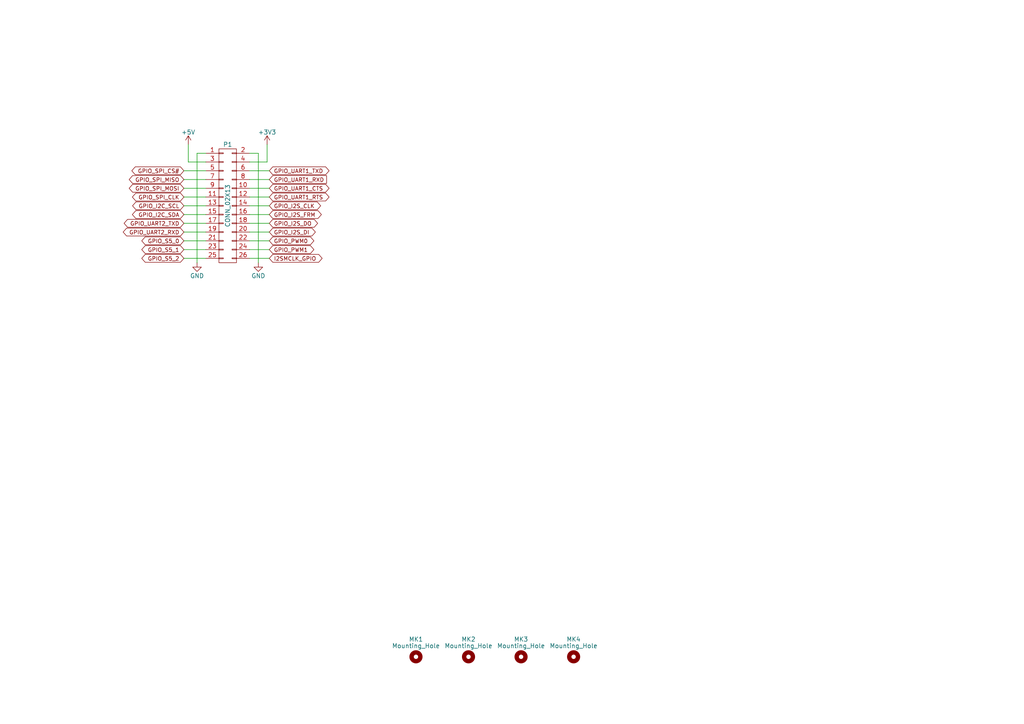
<source format=kicad_sch>
(kicad_sch (version 20230121) (generator eeschema)
  (paper "A4")
  (lib_symbols
    (symbol "minnowboard-ls-lure-rescue:+3.3V" (power) (pin_names (offset 0))
      (property "Value" "+3.3V" (at 0 3.556 0))
      (symbol "+3.3V_0_1"
        (polyline (pts (xy -0.762 1.27) (xy 0 2.54)))
        (polyline (pts (xy 0 0) (xy 0 2.54)))
        (polyline (pts (xy 0 2.54) (xy 0.762 1.27)))
      )
      (symbol "+3.3V_1_1"
        (pin power_in line (at 0 0 90) (length 0) hide (name "+3V3") (number "1"))
      )
    )
    (symbol "minnowboard-ls-lure-rescue:+5V" (power) (pin_names (offset 0))
      (property "Value" "+5V" (at 0 3.556 0))
      (symbol "+5V_0_1"
        (polyline (pts (xy -0.762 1.27) (xy 0 2.54)))
        (polyline (pts (xy 0 0) (xy 0 2.54)))
        (polyline (pts (xy 0 2.54) (xy 0.762 1.27)))
      )
      (symbol "+5V_1_1"
        (pin power_in line (at 0 0 90) (length 0) hide (name "+5V") (number "1"))
      )
    )
    (symbol "minnowboard-ls-lure-rescue:CONN_02X13" (pin_names (offset 0.0254) hide)
      (property "Reference" "P" (at 0 17.78 0))
      (property "Value" "CONN_02X13" (at 0 0 90))
      (symbol "CONN_02X13_0_1"
        (rectangle (start -2.54 -15.113) (end -1.27 -15.367))
        (rectangle (start -2.54 -12.573) (end -1.27 -12.827))
        (rectangle (start -2.54 -10.033) (end -1.27 -10.287))
        (rectangle (start -2.54 -7.493) (end -1.27 -7.747))
        (rectangle (start -2.54 -4.953) (end -1.27 -5.207))
        (rectangle (start -2.54 -2.413) (end -1.27 -2.667))
        (rectangle (start -2.54 0.127) (end -1.27 -0.127))
        (rectangle (start -2.54 2.667) (end -1.27 2.413))
        (rectangle (start -2.54 5.207) (end -1.27 4.953))
        (rectangle (start -2.54 7.747) (end -1.27 7.493))
        (rectangle (start -2.54 10.287) (end -1.27 10.033))
        (rectangle (start -2.54 12.827) (end -1.27 12.573))
        (rectangle (start -2.54 15.367) (end -1.27 15.113))
        (rectangle (start -2.54 16.51) (end 2.54 -16.51))
        (rectangle (start 1.27 -15.113) (end 2.54 -15.367))
        (rectangle (start 1.27 -12.573) (end 2.54 -12.827))
        (rectangle (start 1.27 -10.033) (end 2.54 -10.287))
        (rectangle (start 1.27 -7.493) (end 2.54 -7.747))
        (rectangle (start 1.27 -4.953) (end 2.54 -5.207))
        (rectangle (start 1.27 -2.413) (end 2.54 -2.667))
        (rectangle (start 1.27 0.127) (end 2.54 -0.127))
        (rectangle (start 1.27 2.667) (end 2.54 2.413))
        (rectangle (start 1.27 5.207) (end 2.54 4.953))
        (rectangle (start 1.27 7.747) (end 2.54 7.493))
        (rectangle (start 1.27 10.287) (end 2.54 10.033))
        (rectangle (start 1.27 12.827) (end 2.54 12.573))
        (rectangle (start 1.27 15.367) (end 2.54 15.113))
      )
      (symbol "CONN_02X13_1_1"
        (pin passive line (at -6.35 15.24 0) (length 3.81) (name "P1") (number "1"))
        (pin passive line (at 6.35 5.08 180) (length 3.81) (name "P10") (number "10"))
        (pin passive line (at -6.35 2.54 0) (length 3.81) (name "P11") (number "11"))
        (pin passive line (at 6.35 2.54 180) (length 3.81) (name "P12") (number "12"))
        (pin passive line (at -6.35 0 0) (length 3.81) (name "P13") (number "13"))
        (pin passive line (at 6.35 0 180) (length 3.81) (name "P14") (number "14"))
        (pin passive line (at -6.35 -2.54 0) (length 3.81) (name "P15") (number "15"))
        (pin passive line (at 6.35 -2.54 180) (length 3.81) (name "P16") (number "16"))
        (pin passive line (at -6.35 -5.08 0) (length 3.81) (name "P17") (number "17"))
        (pin passive line (at 6.35 -5.08 180) (length 3.81) (name "P18") (number "18"))
        (pin passive line (at -6.35 -7.62 0) (length 3.81) (name "P19") (number "19"))
        (pin passive line (at 6.35 15.24 180) (length 3.81) (name "P2") (number "2"))
        (pin passive line (at 6.35 -7.62 180) (length 3.81) (name "P20") (number "20"))
        (pin passive line (at -6.35 -10.16 0) (length 3.81) (name "P21") (number "21"))
        (pin passive line (at 6.35 -10.16 180) (length 3.81) (name "P22") (number "22"))
        (pin passive line (at -6.35 -12.7 0) (length 3.81) (name "P23") (number "23"))
        (pin passive line (at 6.35 -12.7 180) (length 3.81) (name "P24") (number "24"))
        (pin passive line (at -6.35 -15.24 0) (length 3.81) (name "P25") (number "25"))
        (pin passive line (at 6.35 -15.24 180) (length 3.81) (name "P26") (number "26"))
        (pin passive line (at -6.35 12.7 0) (length 3.81) (name "P3") (number "3"))
        (pin passive line (at 6.35 12.7 180) (length 3.81) (name "P4") (number "4"))
        (pin passive line (at -6.35 10.16 0) (length 3.81) (name "P5") (number "5"))
        (pin passive line (at 6.35 10.16 180) (length 3.81) (name "P6") (number "6"))
        (pin passive line (at -6.35 7.62 0) (length 3.81) (name "P7") (number "7"))
        (pin passive line (at 6.35 7.62 180) (length 3.81) (name "P8") (number "8"))
        (pin passive line (at -6.35 5.08 0) (length 3.81) (name "P9") (number "9"))
      )
    )
    (symbol "minnowboard-ls-lure-rescue:GND" (power) (pin_names (offset 0))
      (property "Value" "GND" (at 0 -3.81 0))
      (symbol "GND_0_1"
        (polyline (pts (xy 0 0) (xy 0 -1.27) (xy 1.27 -1.27) (xy 0 -2.54) (xy -1.27 -1.27) (xy 0 -1.27)))
      )
      (symbol "GND_1_1"
        (pin power_in line (at 0 0 270) (length 0) hide (name "GND") (number "1"))
      )
    )
    (symbol "minnowboard-ls-lure-rescue:Mounting_Hole" (pin_names (offset 1.016))
      (property "Reference" "MK" (at 0 5.08 0))
      (property "Value" "Mounting_Hole" (at 0 3.175 0))
      (symbol "Mounting_Hole_0_1"
        (circle (center 0 0) (radius 1.27) (stroke (width 1.27)))
      )
    )
  )
  (wire (pts (xy 72.39 72.39) (xy 78.105 72.39)))
  (wire (pts (xy 72.39 59.69) (xy 78.105 59.69)))
  (wire (pts (xy 72.39 44.45) (xy 74.93 44.45)))
  (wire (pts (xy 72.39 62.23) (xy 78.105 62.23)))
  (wire (pts (xy 53.34 67.31) (xy 59.69 67.31)))
  (wire (pts (xy 54.61 46.99) (xy 59.69 46.99)))
  (wire (pts (xy 72.39 54.61) (xy 78.105 54.61)))
  (wire (pts (xy 57.15 44.45) (xy 57.15 76.2)))
  (wire (pts (xy 72.39 67.31) (xy 78.105 67.31)))
  (wire (pts (xy 77.47 46.99) (xy 77.47 41.91)))
  (wire (pts (xy 53.34 74.93) (xy 59.69 74.93)))
  (wire (pts (xy 53.34 52.07) (xy 59.69 52.07)))
  (wire (pts (xy 53.34 57.15) (xy 59.69 57.15)))
  (wire (pts (xy 53.34 54.61) (xy 59.69 54.61)))
  (wire (pts (xy 72.39 74.93) (xy 78.105 74.93)))
  (wire (pts (xy 72.39 57.15) (xy 78.105 57.15)))
  (wire (pts (xy 74.93 44.45) (xy 74.93 76.2)))
  (wire (pts (xy 72.39 52.07) (xy 78.105 52.07)))
  (wire (pts (xy 59.69 44.45) (xy 57.15 44.45)))
  (wire (pts (xy 53.34 62.23) (xy 59.69 62.23)))
  (wire (pts (xy 53.34 69.85) (xy 59.69 69.85)))
  (wire (pts (xy 53.34 72.39) (xy 59.69 72.39)))
  (wire (pts (xy 72.39 64.77) (xy 78.105 64.77)))
  (wire (pts (xy 53.34 49.53) (xy 59.69 49.53)))
  (wire (pts (xy 53.34 64.77) (xy 59.69 64.77)))
  (wire (pts (xy 72.39 69.85) (xy 78.105 69.85)))
  (wire (pts (xy 72.39 49.53) (xy 78.105 49.53)))
  (wire (pts (xy 53.34 59.69) (xy 59.69 59.69)))
  (wire (pts (xy 72.39 46.99) (xy 77.47 46.99)))
  (wire (pts (xy 54.61 41.91) (xy 54.61 46.99)))
  (global_label "GPIO_PWM1" (shape bidirectional) (at 78.105 72.39 0) (effects (font (size 1.143 1.143))) (property "Intersheetrefs" "${INTERSHEET_REFS}" (effects hide)))
  (global_label "GPIO_PWM0" (shape bidirectional) (at 78.105 69.85 0) (effects (font (size 1.143 1.143))) (property "Intersheetrefs" "${INTERSHEET_REFS}" (effects hide)))
  (global_label "GPIO_UART1_RTS" (shape bidirectional) (at 78.105 57.15 0) (effects (font (size 1.143 1.143))) (property "Intersheetrefs" "${INTERSHEET_REFS}" (effects hide)))
  (global_label "GPIO_S5_0" (shape bidirectional) (at 53.34 69.85 180) (effects (font (size 1.143 1.143))) (property "Intersheetrefs" "${INTERSHEET_REFS}" (effects hide)))
  (global_label "GPIO_SPI_CS#" (shape bidirectional) (at 53.34 49.53 180) (effects (font (size 1.143 1.143))) (property "Intersheetrefs" "${INTERSHEET_REFS}" (effects hide)))
  (global_label "GPIO_I2C_SCL" (shape bidirectional) (at 53.34 59.69 180) (effects (font (size 1.143 1.143))) (property "Intersheetrefs" "${INTERSHEET_REFS}" (effects hide)))
  (global_label "GPIO_I2S_DO" (shape bidirectional) (at 78.105 64.77 0) (effects (font (size 1.143 1.143))) (property "Intersheetrefs" "${INTERSHEET_REFS}" (effects hide)))
  (global_label "GPIO_UART1_CTS" (shape bidirectional) (at 78.105 54.61 0) (effects (font (size 1.143 1.143))) (property "Intersheetrefs" "${INTERSHEET_REFS}" (effects hide)))
  (global_label "GPIO_SPI_MISO" (shape bidirectional) (at 53.34 52.07 180) (effects (font (size 1.143 1.143))) (property "Intersheetrefs" "${INTERSHEET_REFS}" (effects hide)))
  (global_label "GPIO_SPI_CLK" (shape bidirectional) (at 53.34 57.15 180) (effects (font (size 1.143 1.143))) (property "Intersheetrefs" "${INTERSHEET_REFS}" (effects hide)))
  (global_label "GPIO_UART1_TXD" (shape bidirectional) (at 78.105 49.53 0) (effects (font (size 1.143 1.143))) (property "Intersheetrefs" "${INTERSHEET_REFS}" (effects hide)))
  (global_label "GPIO_UART2_TXD" (shape bidirectional) (at 53.34 64.77 180) (effects (font (size 1.143 1.143))) (property "Intersheetrefs" "${INTERSHEET_REFS}" (effects hide)))
  (global_label "GPIO_SPI_MOSI" (shape bidirectional) (at 53.34 54.61 180) (effects (font (size 1.143 1.143))) (property "Intersheetrefs" "${INTERSHEET_REFS}" (effects hide)))
  (global_label "I2SMCLK_GPIO" (shape bidirectional) (at 78.105 74.93 0) (effects (font (size 1.143 1.143))) (property "Intersheetrefs" "${INTERSHEET_REFS}" (effects hide)))
  (global_label "GPIO_I2C_SDA" (shape bidirectional) (at 53.34 62.23 180) (effects (font (size 1.143 1.143))) (property "Intersheetrefs" "${INTERSHEET_REFS}" (effects hide)))
  (global_label "GPIO_I2S_DI" (shape bidirectional) (at 78.105 67.31 0) (effects (font (size 1.143 1.143))) (property "Intersheetrefs" "${INTERSHEET_REFS}" (effects hide)))
  (global_label "GPIO_I2S_CLK" (shape bidirectional) (at 78.105 59.69 0) (effects (font (size 1.143 1.143))) (property "Intersheetrefs" "${INTERSHEET_REFS}" (effects hide)))
  (global_label "GPIO_S5_2" (shape bidirectional) (at 53.34 74.93 180) (effects (font (size 1.143 1.143))) (property "Intersheetrefs" "${INTERSHEET_REFS}" (effects hide)))
  (global_label "GPIO_UART2_RXD" (shape bidirectional) (at 53.34 67.31 180) (effects (font (size 1.143 1.143))) (property "Intersheetrefs" "${INTERSHEET_REFS}" (effects hide)))
  (global_label "GPIO_S5_1" (shape bidirectional) (at 53.34 72.39 180) (effects (font (size 1.143 1.143))) (property "Intersheetrefs" "${INTERSHEET_REFS}" (effects hide)))
  (global_label "GPIO_UART1_RXD" (shape input) (at 78.105 52.07 0) (effects (font (size 1.143 1.143))) (property "Intersheetrefs" "${INTERSHEET_REFS}" (effects hide)))
  (global_label "GPIO_I2S_FRM" (shape bidirectional) (at 78.105 62.23 0) (effects (font (size 1.143 1.143))) (property "Intersheetrefs" "${INTERSHEET_REFS}" (effects hide)))
  (symbol (lib_id "minnowboard-ls-lure-rescue:CONN_02X13") (at 66.04 59.69 0) (unit 1)
    (property "Reference" "P1" (at 66.04 41.91 0))
    (property "Value" "CONN_02X13" (at 66.04 59.69 90))
    (property "Footprint" "Pin_Headers:Pin_Header_Straight_2x13" (effects hide))
  )
  (symbol (lib_id "minnowboard-ls-lure-rescue:GND") (at 74.93 76.2 0) (unit 1)
    (property "Reference" "#PWR3" (effects hide))
    (property "Value" "GND" (at 74.93 80.01 0))
  )
  (symbol (lib_id "minnowboard-ls-lure-rescue:GND") (at 57.15 76.2 0) (unit 1)
    (property "Reference" "#PWR2" (effects hide))
    (property "Value" "GND" (at 57.15 80.01 0))
  )
  (symbol (lib_id "minnowboard-ls-lure-rescue:+3.3V") (at 77.47 41.91 0) (unit 1)
    (property "Reference" "#PWR4" (effects hide))
    (property "Value" "+3.3V" (at 77.47 38.354 0))
  )
  (symbol (lib_id "minnowboard-ls-lure-rescue:+5V") (at 54.61 41.91 0) (unit 1)
    (property "Reference" "#PWR1" (effects hide))
    (property "Value" "+5V" (at 54.61 38.354 0))
  )
  (symbol (lib_id "minnowboard-ls-lure-rescue:Mounting_Hole") (at 135.89 190.5 0) (unit 1)
    (property "Reference" "MK2" (at 135.89 185.42 0))
    (property "Value" "Mounting_Hole" (at 135.89 187.325 0))
    (property "Footprint" "Mounting_Holes:MountingHole_3-5mm" (effects hide))
  )
  (symbol (lib_id "minnowboard-ls-lure-rescue:Mounting_Hole") (at 120.65 190.5 0) (unit 1)
    (property "Reference" "MK1" (at 120.65 185.42 0))
    (property "Value" "Mounting_Hole" (at 120.65 187.325 0))
    (property "Footprint" "Mounting_Holes:MountingHole_3-5mm" (effects hide))
  )
  (symbol (lib_id "minnowboard-ls-lure-rescue:Mounting_Hole") (at 151.13 190.5 0) (unit 1)
    (property "Reference" "MK3" (at 151.13 185.42 0))
    (property "Value" "Mounting_Hole" (at 151.13 187.325 0))
    (property "Footprint" "Mounting_Holes:MountingHole_3-5mm" (effects hide))
  )
  (symbol (lib_id "minnowboard-ls-lure-rescue:Mounting_Hole") (at 166.37 190.5 0) (unit 1)
    (property "Reference" "MK4" (at 166.37 185.42 0))
    (property "Value" "Mounting_Hole" (at 166.37 187.325 0))
    (property "Footprint" "Mounting_Holes:MountingHole_3-5mm" (effects hide))
  )
)
</source>
